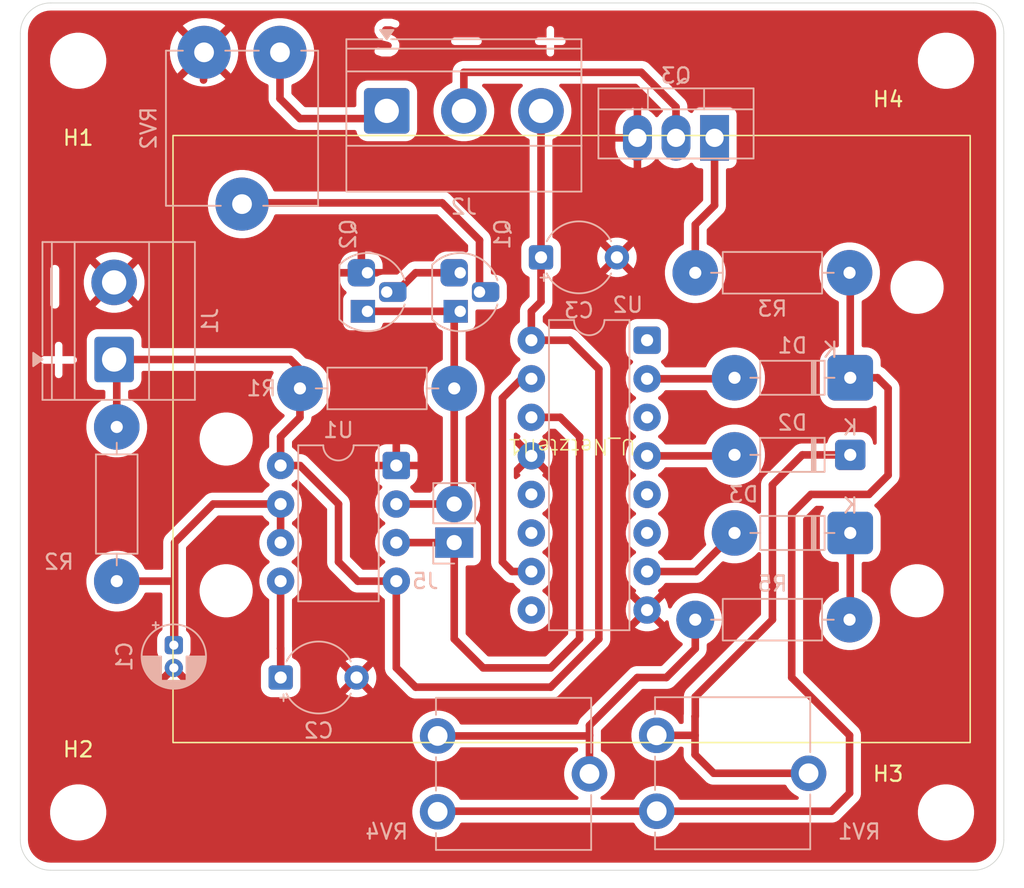
<source format=kicad_pcb>
(kicad_pcb (version 20241229) (generator "pcbnew") (generator_version "9.0")
  (title_block (title "Schreibtischlampe") (date "2026-01-30") (rev "5.0") (company "HTL-Steyr") (comment 1 "Konstantin Schwödiauer") (comment 2 "Fabian Lenhart ") (comment 3 "Thomas Zeiler") (comment 4 "Michael Wittner"))
  (layers (0 "F.Cu" signal) (2 "B.Cu" signal) (13 "F.Paste" user) (15 "B.Paste" user) (5 "F.SilkS" user "F.Silkscreen") (7 "B.SilkS" user "B.Silkscreen") (1 "F.Mask" user) (3 "B.Mask" user) (25 "Edge.Cuts" user))
  (net 0 "")
  (net 1 "Net-(U1-DIS)")
  (net 2 "GND")
  (net 3 "Net-(U1-CV)")
  (net 4 "+5V")
  (net 5 "Net-(D1-A)")
  (net 6 "Net-(D1-K)")
  (net 7 "Net-(D2-K)")
  (net 8 "Net-(D2-A)")
  (net 9 "Net-(D3-A)")
  (net 10 "Net-(D3-K)")
  (net 11 "Out")
  (net 12 "Sensor")
  (net 13 "Net-(Q1-E)")
  (net 14 "Net-(Q3-B)")
  (net 15 "Net-(R5-Pad2)")
  (net 23 "Net-(U2-Q4)")
  (net 24 "J5-1")
  (net 25 "J5-2")
  (net 26 "Q1-B")
  (footprint "Libary:Recom_Netzteil_Footprint" (layer "F.Cu") (at 156.955 84.615 180)
    (property "Reference" "U_Netzteil1" (at 0 -0.5 180) (layer "F.SilkS") (effects (font (thickness 0.1))))
    (property "Value" "Recom Netzteil")
    (fp_rect (start -26.25 -20) (end 26.25 20) (stroke (width 0.1)) (fill no) (layer "F.SilkS"))
    (pad "" np_thru_hole circle (at -22.75 -10 180) (size 3 3) (drill 3) (layers "*.Cu" "*.Mask"))
    (pad "" np_thru_hole circle (at -22.75 10 180) (size 3 3) (drill 3) (layers "*.Cu" "*.Mask"))
    (pad "" np_thru_hole circle (at 22.75 -10 180) (size 3 3) (drill 3) (layers "*.Cu" "*.Mask"))
    (pad "" np_thru_hole circle (at 22.75 0 180) (size 3 3) (drill 3) (layers "*.Cu" "*.Mask"))
  )
  (footprint "MountingHole:MountingHole_3.2mm_M3" (layer "F.Cu") (at 181.61 59.69)
    (property "Reference" "H4" (at -3.81 2.54 0) (layer "F.SilkS"))
    (property "Value" "MountingHole")
    (pad "" np_thru_hole circle (at 0 0) (size 3.2 3.2) (drill 3.2) (layers "*.Cu" "*.Mask"))
  )
  (footprint "MountingHole:MountingHole_3.2mm_M3" (layer "F.Cu") (at 124.46 59.69)
    (property "Reference" "H1" (at 0 5.08 0) (layer "F.SilkS"))
    (property "Value" "MountingHole")
    (pad "" np_thru_hole circle (at 0 0) (size 3.2 3.2) (drill 3.2) (layers "*.Cu" "*.Mask"))
  )
  (footprint "MountingHole:MountingHole_3.2mm_M3" (layer "F.Cu") (at 124.46 109.22)
    (property "Reference" "H2" (at 0 -4.15 0) (layer "F.SilkS"))
    (property "Value" "MountingHole")
    (pad "" np_thru_hole circle (at 0 0) (size 3.2 3.2) (drill 3.2) (layers "*.Cu" "*.Mask"))
  )
  (footprint "MountingHole:MountingHole_3.2mm_M3" (layer "F.Cu") (at 181.61 109.22)
    (property "Reference" "H3" (at -3.81 -2.54 0) (layer "F.SilkS"))
    (property "Value" "MountingHole")
    (pad "" np_thru_hole circle (at 0 0) (size 3.2 3.2) (drill 3.2) (layers "*.Cu" "*.Mask"))
  )
  (footprint "TerminalBlock_Phoenix:TerminalBlock_Phoenix_MKDS-1,5-2-5.08_1x02_P5.08mm_Horizontal" (layer "B.Cu") (at 126.8275 79.375 90)
    (property "Reference" "J1" (at 2.54 6.32 90) (layer "B.SilkS") (effects (justify mirror)))
    (property "Value" "Versorgung")
    (fp_line (start 7.74 -4.72) (end 0.3 -4.72) (stroke (width 0.12)) (layer "B.SilkS"))
    (fp_line (start -0.3 -4.72) (end -2.66 -4.72) (stroke (width 0.12)) (layer "B.SilkS"))
    (fp_line (start -2.66 -4.72) (end -2.66 5.32) (stroke (width 0.12)) (layer "B.SilkS"))
    (fp_line (start -2.66 -4.1) (end 7.74 -4.1) (stroke (width 0.12)) (layer "B.SilkS"))
    (fp_line (start -2.66 -2.6) (end 7.74 -2.6) (stroke (width 0.12)) (layer "B.SilkS"))
    (fp_line (start -2.66 2.3) (end 7.74 2.3) (stroke (width 0.12)) (layer "B.SilkS"))
    (fp_line (start 7.74 5.32) (end 7.74 -4.72) (stroke (width 0.12)) (layer "B.SilkS"))
    (fp_line (start -2.66 5.32) (end 7.74 5.32) (stroke (width 0.12)) (layer "B.SilkS"))
    (fp_poly (pts (xy 0 -4.72) (xy 0.44 -5.33) (xy -0.44 -5.33)) (stroke (width 0.12)) (fill yes) (layer "B.SilkS"))
    (pad "1" thru_hole roundrect (at 0 0 90) (size 3 2.6) (drill 1.6) (layers "*.Cu" "*.Mask") (roundrect_rratio 0.096154) (net 4 "+5V"))
    (pad "2" thru_hole circle (at 5.08 0 90) (size 3 3) (drill 1.6) (layers "*.Cu" "*.Mask") (net 2 "GND"))
  )
  (footprint "Capacitor_THT:CP_Radial_D4.0mm_P1.50mm" (layer "B.Cu") (at 130.7592 98.1964 -90)
    (property "Reference" "C1" (at 0.75 3.25 90) (layer "B.SilkS") (effects (justify mirror)))
    (property "Value" "4,7µ")
    (fp_line (start 0.75 2.08) (end 0.75 0.84) (stroke (width 0.12)) (layer "B.SilkS"))
    (fp_line (start 0.79 2.08) (end 0.79 0.84) (stroke (width 0.12)) (layer "B.SilkS"))
    (fp_line (start 0.83 2.078) (end 0.83 0.84) (stroke (width 0.12)) (layer "B.SilkS"))
    (fp_line (start 0.87 2.077) (end 0.87 0.84) (stroke (width 0.12)) (layer "B.SilkS"))
    (fp_line (start 0.91 2.074) (end 0.91 0.84) (stroke (width 0.12)) (layer "B.SilkS"))
    (fp_line (start 0.95 2.071) (end 0.95 0.84) (stroke (width 0.12)) (layer "B.SilkS"))
    (fp_line (start 0.99 2.066) (end 0.99 0.84) (stroke (width 0.12)) (layer "B.SilkS"))
    (fp_line (start 1.03 2.061) (end 1.03 0.84) (stroke (width 0.12)) (layer "B.SilkS"))
    (fp_line (start 1.07 2.056) (end 1.07 0.84) (stroke (width 0.12)) (layer "B.SilkS"))
    (fp_line (start 1.11 2.049) (end 1.11 0.84) (stroke (width 0.12)) (layer "B.SilkS"))
    (fp_line (start 1.15 2.042) (end 1.15 0.84) (stroke (width 0.12)) (layer "B.SilkS"))
    (fp_line (start 1.19 2.034) (end 1.19 0.84) (stroke (width 0.12)) (layer "B.SilkS"))
    (fp_line (start 1.23 2.025) (end 1.23 0.84) (stroke (width 0.12)) (layer "B.SilkS"))
    (fp_line (start 1.27 2.015) (end 1.27 0.84) (stroke (width 0.12)) (layer "B.SilkS"))
    (fp_line (start 1.31 2.005) (end 1.31 0.84) (stroke (width 0.12)) (layer "B.SilkS"))
    (fp_line (start 1.35 1.993) (end 1.35 0.84) (stroke (width 0.12)) (layer "B.SilkS"))
    (fp_line (start 1.39 1.981) (end 1.39 0.84) (stroke (width 0.12)) (layer "B.SilkS"))
    (fp_line (start 1.43 1.968) (end 1.43 0.84) (stroke (width 0.12)) (layer "B.SilkS"))
    (fp_line (start 1.47 1.954) (end 1.47 0.84) (stroke (width 0.12)) (layer "B.SilkS"))
    (fp_line (start 1.51 1.939) (end 1.51 0.84) (stroke (width 0.12)) (layer "B.SilkS"))
    (fp_line (start 1.55 1.923) (end 1.55 0.84) (stroke (width 0.12)) (layer "B.SilkS"))
    (fp_line (start 1.59 1.906) (end 1.59 0.84) (stroke (width 0.12)) (layer "B.SilkS"))
    (fp_line (start 1.63 1.889) (end 1.63 0.84) (stroke (width 0.12)) (layer "B.SilkS"))
    (fp_line (start 1.67 1.87) (end 1.67 0.84) (stroke (width 0.12)) (layer "B.SilkS"))
    (fp_line (start 1.71 1.85) (end 1.71 0.84) (stroke (width 0.12)) (layer "B.SilkS"))
    (fp_line (start 1.75 1.829) (end 1.75 0.84) (stroke (width 0.12)) (layer "B.SilkS"))
    (fp_line (start 1.79 1.807) (end 1.79 0.84) (stroke (width 0.12)) (layer "B.SilkS"))
    (fp_line (start 1.83 1.784) (end 1.83 0.84) (stroke (width 0.12)) (layer "B.SilkS"))
    (fp_line (start 1.87 1.76) (end 1.87 0.84) (stroke (width 0.12)) (layer "B.SilkS"))
    (fp_line (start 1.91 1.734) (end 1.91 0.84) (stroke (width 0.12)) (layer "B.SilkS"))
    (fp_line (start 1.95 1.708) (end 1.95 0.84) (stroke (width 0.12)) (layer "B.SilkS"))
    (fp_line (start 1.99 1.68) (end 1.99 0.84) (stroke (width 0.12)) (layer "B.SilkS"))
    (fp_line (start 2.03 1.65) (end 2.03 0.84) (stroke (width 0.12)) (layer "B.SilkS"))
    (fp_line (start 2.07 1.619) (end 2.07 0.84) (stroke (width 0.12)) (layer "B.SilkS"))
    (fp_line (start 2.11 1.586) (end 2.11 0.84) (stroke (width 0.12)) (layer "B.SilkS"))
    (fp_line (start 2.15 1.552) (end 2.15 0.84) (stroke (width 0.12)) (layer "B.SilkS"))
    (fp_line (start 2.19 1.516) (end 2.19 0.84) (stroke (width 0.12)) (layer "B.SilkS"))
    (fp_line (start 2.23 1.478) (end 2.23 0.84) (stroke (width 0.12)) (layer "B.SilkS"))
    (fp_line (start 2.27 1.438) (end 2.27 0.84) (stroke (width 0.12)) (layer "B.SilkS"))
    (fp_line (start 2.31 1.396) (end 2.31 0.84) (stroke (width 0.12)) (layer "B.SilkS"))
    (fp_line (start -1.319801 1.395) (end -1.319801 0.995) (stroke (width 0.12)) (layer "B.SilkS"))
    (fp_line (start 2.35 1.351) (end 2.35 -1.351) (stroke (width 0.12)) (layer "B.SilkS"))
    (fp_line (start 2.39 1.303) (end 2.39 -1.303) (stroke (width 0.12)) (layer "B.SilkS"))
    (fp_line (start 2.43 1.253) (end 2.43 -1.253) (stroke (width 0.12)) (layer "B.SilkS"))
    (fp_line (start 2.47 1.199) (end 2.47 -1.199) (stroke (width 0.12)) (layer "B.SilkS"))
    (fp_line (start -1.519801 1.195) (end -1.119801 1.195) (stroke (width 0.12)) (layer "B.SilkS"))
    (fp_line (start 2.51 1.142) (end 2.51 -1.142) (stroke (width 0.12)) (layer "B.SilkS"))
    (fp_line (start 2.55 1.08) (end 2.55 -1.08) (stroke (width 0.12)) (layer "B.SilkS"))
    (fp_line (start 2.59 1.013) (end 2.59 -1.013) (stroke (width 0.12)) (layer "B.SilkS"))
    (fp_line (start 2.63 0.94) (end 2.63 -0.94) (stroke (width 0.12)) (layer "B.SilkS"))
    (fp_line (start 2.67 0.859) (end 2.67 -0.859) (stroke (width 0.12)) (layer "B.SilkS"))
    (fp_line (start 2.71 0.768) (end 2.71 -0.768) (stroke (width 0.12)) (layer "B.SilkS"))
    (fp_line (start 2.75 0.663) (end 2.75 -0.663) (stroke (width 0.12)) (layer "B.SilkS"))
    (fp_line (start 2.79 0.537) (end 2.79 -0.537) (stroke (width 0.12)) (layer "B.SilkS"))
    (fp_line (start 2.83 0.37) (end 2.83 -0.37) (stroke (width 0.12)) (layer "B.SilkS"))
    (fp_line (start 0.75 -0.84) (end 0.75 -2.08) (stroke (width 0.12)) (layer "B.SilkS"))
    (fp_line (start 0.79 -0.84) (end 0.79 -2.08) (stroke (width 0.12)) (layer "B.SilkS"))
    (fp_line (start 0.83 -0.84) (end 0.83 -2.078) (stroke (width 0.12)) (layer "B.SilkS"))
    (fp_line (start 0.87 -0.84) (end 0.87 -2.077) (stroke (width 0.12)) (layer "B.SilkS"))
    (fp_line (start 0.91 -0.84) (end 0.91 -2.074) (stroke (width 0.12)) (layer "B.SilkS"))
    (fp_line (start 0.95 -0.84) (end 0.95 -2.071) (stroke (width 0.12)) (layer "B.SilkS"))
    (fp_line (start 0.99 -0.84) (end 0.99 -2.066) (stroke (width 0.12)) (layer "B.SilkS"))
    (fp_line (start 1.03 -0.84) (end 1.03 -2.061) (stroke (width 0.12)) (layer "B.SilkS"))
    (fp_line (start 1.07 -0.84) (end 1.07 -2.056) (stroke (width 0.12)) (layer "B.SilkS"))
    (fp_line (start 1.11 -0.84) (end 1.11 -2.049) (stroke (width 0.12)) (layer "B.SilkS"))
    (fp_line (start 1.15 -0.84) (end 1.15 -2.042) (stroke (width 0.12)) (layer "B.SilkS"))
    (fp_line (start 1.19 -0.84) (end 1.19 -2.034) (stroke (width 0.12)) (layer "B.SilkS"))
    (fp_line (start 1.23 -0.84) (end 1.23 -2.025) (stroke (width 0.12)) (layer "B.SilkS"))
    (fp_line (start 1.27 -0.84) (end 1.27 -2.015) (stroke (width 0.12)) (layer "B.SilkS"))
    (fp_line (start 1.31 -0.84) (end 1.31 -2.005) (stroke (width 0.12)) (layer "B.SilkS"))
    (fp_line (start 1.35 -0.84) (end 1.35 -1.993) (stroke (width 0.12)) (layer "B.SilkS"))
    (fp_line (start 1.39 -0.84) (end 1.39 -1.981) (stroke (width 0.12)) (layer "B.SilkS"))
    (fp_line (start 1.43 -0.84) (end 1.43 -1.968) (stroke (width 0.12)) (layer "B.SilkS"))
    (fp_line (start 1.47 -0.84) (end 1.47 -1.954) (stroke (width 0.12)) (layer "B.SilkS"))
    (fp_line (start 1.51 -0.84) (end 1.51 -1.939) (stroke (width 0.12)) (layer "B.SilkS"))
    (fp_line (start 1.55 -0.84) (end 1.55 -1.923) (stroke (width 0.12)) (layer "B.SilkS"))
    (fp_line (start 1.59 -0.84) (end 1.59 -1.906) (stroke (width 0.12)) (layer "B.SilkS"))
    (fp_line (start 1.63 -0.84) (end 1.63 -1.889) (stroke (width 0.12)) (layer "B.SilkS"))
    (fp_line (start 1.67 -0.84) (end 1.67 -1.87) (stroke (width 0.12)) (layer "B.SilkS"))
    (fp_line (start 1.71 -0.84) (end 1.71 -1.85) (stroke (width 0.12)) (layer "B.SilkS"))
    (fp_line (start 1.75 -0.84) (end 1.75 -1.829) (stroke (width 0.12)) (layer "B.SilkS"))
    (fp_line (start 1.79 -0.84) (end 1.79 -1.807) (stroke (width 0.12)) (layer "B.SilkS"))
    (fp_line (start 1.83 -0.84) (end 1.83 -1.784) (stroke (width 0.12)) (layer "B.SilkS"))
    (fp_line (start 1.87 -0.84) (end 1.87 -1.76) (stroke (width 0.12)) (layer "B.SilkS"))
    (fp_line (start 1.91 -0.84) (end 1.91 -1.734) (stroke (width 0.12)) (layer "B.SilkS"))
    (fp_line (start 1.95 -0.84) (end 1.95 -1.708) (stroke (width 0.12)) (layer "B.SilkS"))
    (fp_line (start 1.99 -0.84) (end 1.99 -1.68) (stroke (width 0.12)) (layer "B.SilkS"))
    (fp_line (start 2.03 -0.84) (end 2.03 -1.65) (stroke (width 0.12)) (layer "B.SilkS"))
    (fp_line (start 2.07 -0.84) (end 2.07 -1.619) (stroke (width 0.12)) (layer "B.SilkS"))
    (fp_line (start 2.11 -0.84) (end 2.11 -1.586) (stroke (width 0.12)) (layer "B.SilkS"))
    (fp_line (start 2.15 -0.84) (end 2.15 -1.552) (stroke (width 0.12)) (layer "B.SilkS"))
    (fp_line (start 2.19 -0.84) (end 2.19 -1.516) (stroke (width 0.12)) (layer "B.SilkS"))
    (fp_line (start 2.23 -0.84) (end 2.23 -1.478) (stroke (width 0.12)) (layer "B.SilkS"))
    (fp_line (start 2.27 -0.84) (end 2.27 -1.438) (stroke (width 0.12)) (layer "B.SilkS"))
    (fp_line (start 2.31 -0.84) (end 2.31 -1.396) (stroke (width 0.12)) (layer "B.SilkS"))
    (fp_circle (center 0.75 0) (end 2.87 0) (stroke (width 0.12)) (fill no) (layer "B.SilkS"))
    (pad "1" thru_hole roundrect (at 0 0 270) (size 1.2 1.2) (drill 0.6) (layers "*.Cu" "*.Mask") (roundrect_rratio 0.208333) (net 1 "Net-(U1-DIS)"))
    (pad "2" thru_hole circle (at 1.5 0 270) (size 1.2 1.2) (drill 0.6) (layers "*.Cu" "*.Mask") (net 2 "GND"))
  )
  (footprint "Package_DIP:DIP-16_W7.62mm" (layer "B.Cu") (at 161.925 78.105 180)
    (property "Reference" "U2" (at 1.27 2.33 0) (layer "B.SilkS") (effects (justify mirror)))
    (property "Value" "4017")
    (fp_line (start 6.46 1.33) (end 4.81 1.33) (stroke (width 0.12)) (layer "B.SilkS"))
    (fp_line (start 6.46 -19.11) (end 6.46 1.33) (stroke (width 0.12)) (layer "B.SilkS"))
    (fp_line (start 2.81 1.33) (end 1.16 1.33) (stroke (width 0.12)) (layer "B.SilkS"))
    (fp_line (start 1.16 1.33) (end 1.16 -19.11) (stroke (width 0.12)) (layer "B.SilkS"))
    (fp_line (start 1.16 -19.11) (end 6.46 -19.11) (stroke (width 0.12)) (layer "B.SilkS"))
    (fp_arc (start 2.81 1.33) (mid 3.81 0.33) (end 4.81 1.33) (stroke (width 0.12)) (layer "B.SilkS"))
    (pad "1" thru_hole roundrect (at 0 0 180) (size 1.8 1.8) (drill 0.8) (layers "*.Cu" "*.Mask") (roundrect_rratio 0.15625))
    (pad "2" thru_hole circle (at 0 -2.54 180) (size 1.8 1.8) (drill 0.8) (layers "*.Cu" "*.Mask") (net 5 "Net-(D1-A)"))
    (pad "3" thru_hole circle (at 0 -5.08 180) (size 1.8 1.8) (drill 0.8) (layers "*.Cu" "*.Mask"))
    (pad "4" thru_hole circle (at 0 -7.62 180) (size 1.8 1.8) (drill 0.8) (layers "*.Cu" "*.Mask") (net 8 "Net-(D2-A)"))
    (pad "5" thru_hole circle (at 0 -10.16 180) (size 1.8 1.8) (drill 0.8) (layers "*.Cu" "*.Mask"))
    (pad "6" thru_hole circle (at 0 -12.7 180) (size 1.8 1.8) (drill 0.8) (layers "*.Cu" "*.Mask"))
    (pad "7" thru_hole circle (at 0 -15.24 180) (size 1.8 1.8) (drill 0.8) (layers "*.Cu" "*.Mask") (net 9 "Net-(D3-A)"))
    (pad "8" thru_hole circle (at 0 -17.78 180) (size 1.8 1.8) (drill 0.8) (layers "*.Cu" "*.Mask") (net 2 "GND"))
    (pad "9" thru_hole circle (at 7.62 -17.78 180) (size 1.8 1.8) (drill 0.8) (layers "*.Cu" "*.Mask"))
    (pad "10" thru_hole circle (at 7.62 -15.24 180) (size 1.8 1.8) (drill 0.8) (layers "*.Cu" "*.Mask") (net 23 "Net-(U2-Q4)"))
    (pad "11" thru_hole circle (at 7.62 -12.7 180) (size 1.8 1.8) (drill 0.8) (layers "*.Cu" "*.Mask"))
    (pad "12" thru_hole circle (at 7.62 -10.16 180) (size 1.8 1.8) (drill 0.8) (layers "*.Cu" "*.Mask"))
    (pad "13" thru_hole circle (at 7.62 -7.62 180) (size 1.8 1.8) (drill 0.8) (layers "*.Cu" "*.Mask") (net 2 "GND"))
    (pad "14" thru_hole circle (at 7.62 -5.08 180) (size 1.8 1.8) (drill 0.8) (layers "*.Cu" "*.Mask") (net 24 "J5-1"))
    (pad "15" thru_hole circle (at 7.62 -2.54 180) (size 1.8 1.8) (drill 0.8) (layers "*.Cu" "*.Mask") (net 23 "Net-(U2-Q4)"))
    (pad "16" thru_hole circle (at 7.62 0 180) (size 1.8 1.8) (drill 0.8) (layers "*.Cu" "*.Mask") (net 4 "+5V"))
  )
  (footprint "Diode_THT:D_DO-35_SOD27_P7.62mm_Horizontal" (layer "B.Cu") (at 175.306144 85.659 180)
    (property "Reference" "D2" (at 3.81 2.12 0) (layer "B.SilkS") (effects (justify mirror)))
    (property "Value" "1N4148")
    (fp_line (start 6.58 0) (end 5.93 0) (stroke (width 0.12)) (layer "B.SilkS"))
    (fp_line (start 2.53 1.12) (end 2.53 -1.12) (stroke (width 0.12)) (layer "B.SilkS"))
    (fp_line (start 2.41 1.12) (end 2.41 -1.12) (stroke (width 0.12)) (layer "B.SilkS"))
    (fp_line (start 2.29 1.12) (end 2.29 -1.12) (stroke (width 0.12)) (layer "B.SilkS"))
    (fp_line (start 1.04 0) (end 1.69 0) (stroke (width 0.12)) (layer "B.SilkS"))
    (fp_rect (start 1.69 1.12) (end 5.93 -1.12) (stroke (width 0.12)) (fill no) (layer "B.SilkS"))
    (fp_text user "K" (at 0 1.8 0) (layer "B.SilkS") (effects (justify mirror)))
    (pad "1" thru_hole roundrect (at 0 0 180) (size 2 2) (drill 0.8) (layers "*.Cu" "*.Mask") (roundrect_rratio 0.15625) (net 7 "Net-(D2-K)"))
    (pad "2" thru_hole circle (at 7.62 0 180) (size 3 3) (drill 0.8) (layers "*.Cu" "*.Mask") (net 8 "Net-(D2-A)"))
  )
  (footprint "Resistor_THT:R_Axial_DIN0207_L6.3mm_D2.5mm_P10.16mm_Horizontal" (layer "B.Cu") (at 165.1 73.66)
    (property "Reference" "R3" (at 5.08 2.37 0) (layer "B.SilkS") (effects (justify mirror)))
    (property "Value" "4,7k")
    (fp_line (start 1.04 0) (end 1.81 0) (stroke (width 0.12)) (layer "B.SilkS"))
    (fp_line (start 9.12 0) (end 8.35 0) (stroke (width 0.12)) (layer "B.SilkS"))
    (fp_rect (start 1.81 1.37) (end 8.35 -1.37) (stroke (width 0.12)) (fill no) (layer "B.SilkS"))
    (pad "1" thru_hole circle (at 0 0) (size 3 3) (drill 0.8) (layers "*.Cu" "*.Mask") (net 14 "Net-(Q3-B)"))
    (pad "2" thru_hole circle (at 10.16 0) (size 3 3) (drill 0.8) (layers "*.Cu" "*.Mask") (net 6 "Net-(D1-K)"))
  )
  (footprint "Package_DIP:DIP-8_W7.62mm" (layer "B.Cu") (at 145.41 86.36 180)
    (property "Reference" "U1" (at 3.81 2.33 0) (layer "B.SilkS") (effects (justify mirror)))
    (property "Value" "NE555P")
    (fp_line (start 6.46 1.33) (end 4.81 1.33) (stroke (width 0.12)) (layer "B.SilkS"))
    (fp_line (start 6.46 -8.95) (end 6.46 1.33) (stroke (width 0.12)) (layer "B.SilkS"))
    (fp_line (start 2.81 1.33) (end 1.16 1.33) (stroke (width 0.12)) (layer "B.SilkS"))
    (fp_line (start 1.16 1.33) (end 1.16 -8.95) (stroke (width 0.12)) (layer "B.SilkS"))
    (fp_line (start 1.16 -8.95) (end 6.46 -8.95) (stroke (width 0.12)) (layer "B.SilkS"))
    (fp_arc (start 2.81 1.33) (mid 3.81 0.33) (end 4.81 1.33) (stroke (width 0.12)) (layer "B.SilkS"))
    (pad "1" thru_hole roundrect (at 0 0 180) (size 1.8 1.8) (drill 0.8) (layers "*.Cu" "*.Mask") (roundrect_rratio 0.15625) (net 2 "GND"))
    (pad "2" thru_hole circle (at 0 -2.54 180) (size 1.8 1.8) (drill 0.8) (layers "*.Cu" "*.Mask") (net 25 "J5-2"))
    (pad "3" thru_hole circle (at 0 -5.08 180) (size 1.8 1.8) (drill 0.8) (layers "*.Cu" "*.Mask") (net 24 "J5-1"))
    (pad "4" thru_hole circle (at 0 -7.62 180) (size 1.8 1.8) (drill 0.8) (layers "*.Cu" "*.Mask") (net 4 "+5V"))
    (pad "5" thru_hole circle (at 7.62 -7.62 180) (size 1.8 1.8) (drill 0.8) (layers "*.Cu" "*.Mask") (net 3 "Net-(U1-CV)"))
    (pad "6" thru_hole circle (at 7.62 -5.08 180) (size 1.8 1.8) (drill 0.8) (layers "*.Cu" "*.Mask") (net 1 "Net-(U1-DIS)"))
    (pad "7" thru_hole circle (at 7.62 -2.54 180) (size 1.8 1.8) (drill 0.8) (layers "*.Cu" "*.Mask") (net 1 "Net-(U1-DIS)"))
    (pad "8" thru_hole circle (at 7.62 0 180) (size 1.8 1.8) (drill 0.8) (layers "*.Cu" "*.Mask") (net 4 "+5V"))
  )
  (footprint "Package_TO_SOT_THT:TO-220-3_Vertical" (layer "B.Cu") (at 166.37 64.77 180)
    (property "Reference" "Q3" (at 2.54 4.1 0) (layer "B.SilkS") (effects (justify mirror)))
    (property "Value" "BDX53BG")
    (fp_line (start 7.65 3.26) (end 7.65 -1.36) (stroke (width 0.12)) (layer "B.SilkS"))
    (fp_line (start 7.65 -1.36) (end -2.57 -1.36) (stroke (width 0.12)) (layer "B.SilkS"))
    (fp_line (start 4.39 3.26) (end 4.39 1.88) (stroke (width 0.12)) (layer "B.SilkS"))
    (fp_line (start 0.69 3.26) (end 0.69 1.88) (stroke (width 0.12)) (layer "B.SilkS"))
    (fp_line (start -2.57 3.26) (end 7.65 3.26) (stroke (width 0.12)) (layer "B.SilkS"))
    (fp_line (start -2.57 1.88) (end 7.65 1.88) (stroke (width 0.12)) (layer "B.SilkS"))
    (fp_line (start -2.57 -1.36) (end -2.57 3.26) (stroke (width 0.12)) (layer "B.SilkS"))
    (pad "1" thru_hole rect (at 0 0 180) (size 1.905 3) (drill 1.2) (layers "*.Cu" "*.Mask") (net 14 "Net-(Q3-B)"))
    (pad "2" thru_hole oval (at 2.54 0 180) (size 1.905 3) (drill 1.2) (layers "*.Cu" "*.Mask") (net 11 "Out"))
    (pad "3" thru_hole oval (at 5.08 0 180) (size 1.905 3) (drill 1.2) (layers "*.Cu" "*.Mask") (net 2 "GND"))
  )
  (footprint "Resistor_THT:R_Axial_DIN0207_L6.3mm_D2.5mm_P10.16mm_Horizontal" (layer "B.Cu") (at 127 83.82 -90)
    (property "Reference" "R2" (at 8.89 3.81 0) (layer "B.SilkS") (effects (justify mirror)))
    (property "Value" "220k")
    (fp_line (start 1.04 0) (end 1.81 0) (stroke (width 0.12)) (layer "B.SilkS"))
    (fp_line (start 9.12 0) (end 8.35 0) (stroke (width 0.12)) (layer "B.SilkS"))
    (fp_rect (start 1.81 1.37) (end 8.35 -1.37) (stroke (width 0.12)) (fill no) (layer "B.SilkS"))
    (pad "1" thru_hole circle (at 0 0 270) (size 3 3) (drill 0.8) (layers "*.Cu" "*.Mask") (net 4 "+5V"))
    (pad "2" thru_hole circle (at 10.16 0 270) (size 3 3) (drill 0.8) (layers "*.Cu" "*.Mask") (net 1 "Net-(U1-DIS)"))
  )
  (footprint "Capacitor_THT:CP_Radial_Tantal_D4.5mm_P5.00mm" (layer "B.Cu") (at 154.94 72.644)
    (property "Reference" "C3" (at 2.5 3.5 180) (layer "B.SilkS") (effects (justify mirror)))
    (property "Value" "100n")
    (fp_line (start -0.037288 1.335) (end 0.412712 1.335) (stroke (width 0.12)) (layer "B.SilkS"))
    (fp_line (start 0.187712 1.56) (end 0.187712 1.11) (stroke (width 0.12)) (layer "B.SilkS"))
    (fp_arc (start 0.380259 -1.06) (mid 2.5 -2.37) (end 4.619741 -1.06) (stroke (width 0.12)) (layer "B.SilkS"))
    (fp_arc (start 4.619741 1.06) (mid 2.5 2.37) (end 0.380259 1.06) (stroke (width 0.12)) (layer "B.SilkS"))
    (pad "1" thru_hole roundrect (at 0 0) (size 1.6 1.6) (drill 0.8) (layers "*.Cu" "*.Mask") (roundrect_rratio 0.15625) (net 4 "+5V"))
    (pad "2" thru_hole circle (at 5 0) (size 1.6 1.6) (drill 0.8) (layers "*.Cu" "*.Mask") (net 2 "GND"))
  )
  (footprint "Resistor_THT:R_Axial_DIN0207_L6.3mm_D2.5mm_P10.16mm_Horizontal" (layer "B.Cu") (at 175.26 96.52 180)
    (property "Reference" "R5" (at 5.08 2.37 0) (layer "B.SilkS") (effects (justify mirror)))
    (property "Value" "6k8")
    (fp_line (start 9.12 0) (end 8.35 0) (stroke (width 0.12)) (layer "B.SilkS"))
    (fp_line (start 1.04 0) (end 1.81 0) (stroke (width 0.12)) (layer "B.SilkS"))
    (fp_rect (start 1.81 1.37) (end 8.35 -1.37) (stroke (width 0.12)) (fill no) (layer "B.SilkS"))
    (pad "1" thru_hole circle (at 0 0 180) (size 3 3) (drill 0.8) (layers "*.Cu" "*.Mask") (net 10 "Net-(D3-K)"))
    (pad "2" thru_hole circle (at 10.16 0 180) (size 2.5 2.5) (drill 0.8) (layers "*.Cu" "*.Mask") (net 15 "Net-(R5-Pad2)"))
  )
  (footprint "Potentiometer_THT:Potentiometer_ACP_CA9-V10_Vertical" (layer "B.Cu") (at 148.1328 104.18)
    (property "Reference" "RV4" (at -3.3528 6.31 180) (layer "B.SilkS") (effects (justify mirror)))
    (property "Value" "10k")
    (fp_line (start -0.11 -2.51) (end -0.11 -1.396) (stroke (width 0.12)) (layer "B.SilkS"))
    (fp_line (start -0.11 1.396) (end -0.11 3.604) (stroke (width 0.12)) (layer "B.SilkS"))
    (fp_line (start -0.11 6.396) (end -0.11 7.51) (stroke (width 0.12)) (layer "B.SilkS"))
    (fp_line (start -0.11 7.51) (end 10.11 7.51) (stroke (width 0.12)) (layer "B.SilkS"))
    (fp_line (start 10.11 -2.51) (end -0.11 -2.51) (stroke (width 0.12)) (layer "B.SilkS"))
    (fp_line (start 10.11 1.104) (end 10.11 -2.51) (stroke (width 0.12)) (layer "B.SilkS"))
    (fp_line (start 10.11 7.51) (end 10.11 3.896) (stroke (width 0.12)) (layer "B.SilkS"))
    (pad "1" thru_hole circle (at 0 0) (size 2.34 2.34) (drill 1.3) (layers "*.Cu" "*.Mask") (net 15 "Net-(R5-Pad2)"))
    (pad "2" thru_hole circle (at 10 2.5) (size 2.34 2.34) (drill 1.3) (layers "*.Cu" "*.Mask") (net 15 "Net-(R5-Pad2)"))
    (pad "3" thru_hole circle (at 0 5) (size 2.34 2.34) (drill 1.3) (layers "*.Cu" "*.Mask") (net 6 "Net-(D1-K)"))
  )
  (footprint "Potentiometer_THT:Potentiometer_ACP_CA9-V10_Vertical" (layer "B.Cu") (at 137.75 59.135 -90)
    (property "Reference" "RV2" (at 5 8.65 90) (layer "B.SilkS") (effects (justify mirror)))
    (property "Value" "5M")
    (fp_line (start -0.11 7.51) (end 10.11 7.51) (stroke (width 0.12)) (layer "B.SilkS"))
    (fp_line (start 10.11 7.51) (end 10.11 3.896) (stroke (width 0.12)) (layer "B.SilkS"))
    (fp_line (start -0.11 6.396) (end -0.11 7.51) (stroke (width 0.12)) (layer "B.SilkS"))
    (fp_line (start -0.11 1.396) (end -0.11 3.604) (stroke (width 0.12)) (layer "B.SilkS"))
    (fp_line (start 10.11 1.104) (end 10.11 -2.51) (stroke (width 0.12)) (layer "B.SilkS"))
    (fp_line (start -0.11 -2.51) (end -0.11 -1.396) (stroke (width 0.12)) (layer "B.SilkS"))
    (fp_line (start 10.11 -2.51) (end -0.11 -2.51) (stroke (width 0.12)) (layer "B.SilkS"))
    (pad "1" thru_hole circle (at 0 0 270) (size 3.5 3.5) (drill 1.3) (layers "*.Cu" "*.Mask") (net 12 "Sensor"))
    (pad "2" thru_hole circle (at 10 2.5 270) (size 3.5 3.5) (drill 1.3) (layers "*.Cu" "*.Mask") (net 26 "Q1-B"))
    (pad "3" thru_hole circle (at 0 5 270) (size 3.5 3.5) (drill 1.3) (layers "*.Cu" "*.Mask") (net 2 "GND"))
  )
  (footprint "Package_TO_SOT_THT:TO-92L_HandSolder" (layer "B.Cu") (at 149.62 76.2 90)
    (property "Reference" "Q1" (at 5.08 2.78 90) (layer "B.SilkS") (effects (justify mirror)))
    (property "Value" "BC547")
    (fp_line (start -0.53 -1.85) (end 3.07 -1.85) (stroke (width 0.12)) (layer "B.SilkS"))
    (fp_arc (start 3.078445 -1.827684) (mid 3.769932 0.601036) (end 2.05 2.45) (stroke (width 0.12)) (layer "B.SilkS"))
    (fp_arc (start 0.45 2.45) (mid -1.247297 0.581475) (end -0.541453 -1.842156) (stroke (width 0.12)) (layer "B.SilkS"))
    (pad "1" thru_hole rect (at 0 0 90) (size 1.5 1.6) (drill 0.75 (offset 0 -0.3)) (layers "*.Cu" "*.Mask") (net 25 "J5-2"))
    (pad "2" thru_hole roundrect (at 1.27 1.27 90) (size 1.3 1.8) (drill 0.75 (offset 0 0.4)) (layers "*.Cu" "*.Mask") (net 26 "Q1-B"))
    (pad "3" thru_hole roundrect (at 2.54 0 90) (size 1.8 1.8) (drill 0.75 (offset 0 -0.4)) (layers "*.Cu" "*.Mask") (net 13 "Net-(Q1-E)"))
  )
  (footprint "Resistor_THT:R_Axial_DIN0207_L6.3mm_D2.5mm_P10.16mm_Horizontal" (layer "B.Cu") (at 139.065 81.28)
    (property "Reference" "R1" (at -2.54 0 0) (layer "B.SilkS") (effects (justify mirror)))
    (property "Value" "1M")
    (fp_line (start 1.04 0) (end 1.81 0) (stroke (width 0.12)) (layer "B.SilkS"))
    (fp_line (start 9.12 0) (end 8.35 0) (stroke (width 0.12)) (layer "B.SilkS"))
    (fp_rect (start 1.81 1.37) (end 8.35 -1.37) (stroke (width 0.12)) (fill no) (layer "B.SilkS"))
    (pad "1" thru_hole circle (at 0 0) (size 3 3) (drill 0.8) (layers "*.Cu" "*.Mask") (net 4 "+5V"))
    (pad "2" thru_hole circle (at 10.16 0) (size 3 3) (drill 0.8) (layers "*.Cu" "*.Mask") (net 25 "J5-2"))
  )
  (footprint "Connector_PinHeader_2.54mm:PinHeader_1x02_P2.54mm_Vertical" (layer "B.Cu") (at 149.225 91.44)
    (property "Reference" "J5" (at -1.905 2.54 0) (layer "B.SilkS") (effects (justify mirror)))
    (property "Value" "Messpunkte")
    (fp_line (start -1.38 -3.92) (end 1.38 -3.92) (stroke (width 0.12)) (layer "B.SilkS"))
    (fp_line (start -1.38 -1.27) (end -1.38 -3.92) (stroke (width 0.12)) (layer "B.SilkS"))
    (fp_line (start -1.38 -1.27) (end 1.38 -1.27) (stroke (width 0.12)) (layer "B.SilkS"))
    (fp_line (start -1.38 0) (end -1.38 1.38) (stroke (width 0.12)) (layer "B.SilkS"))
    (fp_line (start -1.38 1.38) (end 0 1.38) (stroke (width 0.12)) (layer "B.SilkS"))
    (fp_line (start 1.38 -1.27) (end 1.38 -3.92) (stroke (width 0.12)) (layer "B.SilkS"))
    (pad "1" thru_hole rect (at 0 0) (size 2.5 2) (drill 1) (layers "*.Cu" "*.Mask") (net 24 "J5-1"))
    (pad "2" thru_hole circle (at 0 -2.54) (size 2.4 2.4) (drill 1) (layers "*.Cu" "*.Mask") (net 25 "J5-2"))
  )
  (footprint "Capacitor_THT:CP_Radial_Tantal_D4.5mm_P5.00mm" (layer "B.Cu") (at 137.795 100.33)
    (property "Reference" "C2" (at 2.5 3.5 180) (layer "B.SilkS") (effects (justify mirror)))
    (property "Value" "100n")
    (fp_line (start -0.037288 1.335) (end 0.412712 1.335) (stroke (width 0.12)) (layer "B.SilkS"))
    (fp_line (start 0.187712 1.56) (end 0.187712 1.11) (stroke (width 0.12)) (layer "B.SilkS"))
    (fp_arc (start 0.380259 -1.06) (mid 2.5 -2.37) (end 4.619741 -1.06) (stroke (width 0.12)) (layer "B.SilkS"))
    (fp_arc (start 4.619741 1.06) (mid 2.5 2.37) (end 0.380259 1.06) (stroke (width 0.12)) (layer "B.SilkS"))
    (pad "1" thru_hole roundrect (at 0 0) (size 1.6 1.6) (drill 0.8) (layers "*.Cu" "*.Mask") (roundrect_rratio 0.15625) (net 3 "Net-(U1-CV)"))
    (pad "2" thru_hole circle (at 5 0) (size 1.6 1.6) (drill 0.8) (layers "*.Cu" "*.Mask") (net 2 "GND"))
  )
  (footprint "Potentiometer_THT:Potentiometer_ACP_CA9-V10_Vertical" (layer "B.Cu") (at 162.56 104.14)
    (property "Reference" "RV1" (at 13.335 6.35 180) (layer "B.SilkS") (effects (justify mirror)))
    (property "Value" "10k")
    (fp_line (start -0.11 -2.51) (end -0.11 -1.396) (stroke (width 0.12)) (layer "B.SilkS"))
    (fp_line (start -0.11 1.396) (end -0.11 3.604) (stroke (width 0.12)) (layer "B.SilkS"))
    (fp_line (start -0.11 6.396) (end -0.11 7.51) (stroke (width 0.12)) (layer "B.SilkS"))
    (fp_line (start -0.11 7.51) (end 10.11 7.51) (stroke (width 0.12)) (layer "B.SilkS"))
    (fp_line (start 10.11 -2.51) (end -0.11 -2.51) (stroke (width 0.12)) (layer "B.SilkS"))
    (fp_line (start 10.11 1.104) (end 10.11 -2.51) (stroke (width 0.12)) (layer "B.SilkS"))
    (fp_line (start 10.11 7.51) (end 10.11 3.896) (stroke (width 0.12)) (layer "B.SilkS"))
    (pad "1" thru_hole circle (at 0 0) (size 2.34 2.34) (drill 1.3) (layers "*.Cu" "*.Mask") (net 7 "Net-(D2-K)"))
    (pad "2" thru_hole circle (at 10 2.5) (size 2.34 2.34) (drill 1.3) (layers "*.Cu" "*.Mask") (net 7 "Net-(D2-K)"))
    (pad "3" thru_hole circle (at 0 5) (size 2.34 2.34) (drill 1.3) (layers "*.Cu" "*.Mask") (net 6 "Net-(D1-K)"))
  )
  (footprint "Package_TO_SOT_THT:TO-92L_HandSolder" (layer "B.Cu") (at 143.51 76.2 90)
    (property "Reference" "Q2" (at 5.08 -1.27 90) (layer "B.SilkS") (effects (justify mirror)))
    (property "Value" "BC547")
    (fp_line (start -0.53 -1.85) (end 3.07 -1.85) (stroke (width 0.12)) (layer "B.SilkS"))
    (fp_arc (start 3.078445 -1.827684) (mid 3.769932 0.601036) (end 2.05 2.45) (stroke (width 0.12)) (layer "B.SilkS"))
    (fp_arc (start 0.45 2.45) (mid -1.247297 0.581475) (end -0.541453 -1.842156) (stroke (width 0.12)) (layer "B.SilkS"))
    (pad "1" thru_hole rect (at 0 0 90) (size 1.5 1.6) (drill 0.75 (offset 0 -0.3)) (layers "*.Cu" "*.Mask") (net 25 "J5-2"))
    (pad "2" thru_hole roundrect (at 1.27 1.27 90) (size 1.3 1.8) (drill 0.75 (offset 0 0.4)) (layers "*.Cu" "*.Mask") (net 13 "Net-(Q1-E)"))
    (pad "3" thru_hole roundrect (at 2.54 0 90) (size 1.8 1.8) (drill 0.75 (offset 0 -0.4)) (layers "*.Cu" "*.Mask") (net 2 "GND"))
  )
  (footprint "Diode_THT:D_DO-35_SOD27_P7.62mm_Horizontal" (layer "B.Cu") (at 175.306144 80.579 180)
    (property "Reference" "D1" (at 3.81 2.12 0) (layer "B.SilkS") (effects (justify mirror)))
    (property "Value" "1N4148")
    (fp_line (start 6.58 0) (end 5.93 0) (stroke (width 0.12)) (layer "B.SilkS"))
    (fp_line (start 2.53 1.12) (end 2.53 -1.12) (stroke (width 0.12)) (layer "B.SilkS"))
    (fp_line (start 2.41 1.12) (end 2.41 -1.12) (stroke (width 0.12)) (layer "B.SilkS"))
    (fp_line (start 2.29 1.12) (end 2.29 -1.12) (stroke (width 0.12)) (layer "B.SilkS"))
    (fp_line (start 1.04 0) (end 1.69 0) (stroke (width 0.12)) (layer "B.SilkS"))
    (fp_rect (start 1.69 1.12) (end 5.93 -1.12) (stroke (width 0.12)) (fill no) (layer "B.SilkS"))
    (fp_text user "K" (at 1.316144 1.839 0) (layer "B.SilkS") (effects (justify mirror)))
    (pad "1" thru_hole roundrect (at 0 0 180) (size 3 3) (drill 0.8) (layers "*.Cu" "*.Mask") (roundrect_rratio 0.15625) (net 6 "Net-(D1-K)"))
    (pad "2" thru_hole circle (at 7.62 0 180) (size 3 3) (drill 0.8) (layers "*.Cu" "*.Mask") (net 5 "Net-(D1-A)"))
  )
  (footprint "Diode_THT:D_DO-35_SOD27_P7.62mm_Horizontal" (layer "B.Cu") (at 175.306144 90.805 180)
    (property "Reference" "D3" (at 7.031144 2.54 0) (layer "B.SilkS") (effects (justify mirror)))
    (property "Value" "1N4148")
    (fp_line (start 6.58 0) (end 5.93 0) (stroke (width 0.12)) (layer "B.SilkS"))
    (fp_line (start 2.53 1.12) (end 2.53 -1.12) (stroke (width 0.12)) (layer "B.SilkS"))
    (fp_line (start 2.41 1.12) (end 2.41 -1.12) (stroke (width 0.12)) (layer "B.SilkS"))
    (fp_line (start 2.29 1.12) (end 2.29 -1.12) (stroke (width 0.12)) (layer "B.SilkS"))
    (fp_line (start 1.04 0) (end 1.69 0) (stroke (width 0.12)) (layer "B.SilkS"))
    (fp_rect (start 1.69 1.12) (end 5.93 -1.12) (stroke (width 0.12)) (fill no) (layer "B.SilkS"))
    (fp_text user "K" (at 0 1.8 0) (layer "B.SilkS") (effects (justify mirror)))
    (pad "1" thru_hole roundrect (at 0 0 180) (size 3 2.8) (drill 0.8) (layers "*.Cu" "*.Mask") (roundrect_rratio 0.15625) (net 10 "Net-(D3-K)"))
    (pad "2" thru_hole circle (at 7.62 0 180) (size 3 3) (drill 0.8) (layers "*.Cu" "*.Mask") (net 9 "Net-(D3-A)"))
  )
  (footprint "TerminalBlock_Phoenix:TerminalBlock_Phoenix_MKDS-1,5-3-5.08_1x03_P5.08mm_Horizontal" (layer "B.Cu") (at 144.78 62.992)
    (property "Reference" "J2" (at 5.08 6.32 0) (layer "B.SilkS") (effects (justify mirror)))
    (property "Value" "Lampenkopf")
    (fp_line (start -2.66 -4.72) (end -2.66 5.32) (stroke (width 0.12)) (layer "B.SilkS"))
    (fp_line (start -2.66 -4.1) (end 12.82 -4.1) (stroke (width 0.12)) (layer "B.SilkS"))
    (fp_line (start -2.66 -2.6) (end 12.82 -2.6) (stroke (width 0.12)) (layer "B.SilkS"))
    (fp_line (start -2.66 2.3) (end 12.82 2.3) (stroke (width 0.12)) (layer "B.SilkS"))
    (fp_line (start -2.66 5.32) (end 12.82 5.32) (stroke (width 0.12)) (layer "B.SilkS"))
    (fp_line (start -0.3 -4.72) (end -2.66 -4.72) (stroke (width 0.12)) (layer "B.SilkS"))
    (fp_line (start 12.82 -4.72) (end 0.3 -4.72) (stroke (width 0.12)) (layer "B.SilkS"))
    (fp_line (start 12.82 5.32) (end 12.82 -4.72) (stroke (width 0.12)) (layer "B.SilkS"))
    (fp_poly (pts (xy 0 -4.72) (xy 0.44 -5.33) (xy -0.44 -5.33)) (stroke (width 0.12)) (fill yes) (layer "B.SilkS"))
    (pad "1" thru_hole roundrect (at 0 0) (size 3 3) (drill 1.6) (layers "*.Cu" "*.Mask") (roundrect_rratio 0.096154) (net 12 "Sensor"))
    (pad "2" thru_hole circle (at 5.08 0) (size 3 3) (drill 1.6) (layers "*.Cu" "*.Mask") (net 11 "Out"))
    (pad "3" thru_hole circle (at 10.16 0) (size 3 3) (drill 1.6) (layers "*.Cu" "*.Mask") (net 4 "+5V"))
  )
  (gr_line (start 122.65 55.88) (end 183.42 55.88) (stroke (width 0.05)) (layer "Edge.Cuts"))
  (gr_arc (start 185.42 111.03) (mid 184.834214 112.444214) (end 183.42 113.03) (stroke (width 0.05)) (layer "Edge.Cuts"))
  (gr_line (start 120.65 111.03) (end 120.65 57.88) (stroke (width 0.05)) (layer "Edge.Cuts"))
  (gr_arc (start 120.65 57.88) (mid 121.235786 56.465786) (end 122.65 55.88) (stroke (width 0.05)) (layer "Edge.Cuts"))
  (gr_arc (start 183.42 55.88) (mid 184.834214 56.465786) (end 185.42 57.88) (stroke (width 0.05)) (layer "Edge.Cuts"))
  (gr_line (start 183.42 113.03) (end 122.65 113.03) (stroke (width 0.05)) (layer "Edge.Cuts"))
  (gr_arc (start 122.65 113.03) (mid 121.235786 112.444214) (end 120.65 111.03) (stroke (width 0.05)) (layer "Edge.Cuts"))
  (gr_line (start 185.42 57.88) (end 185.42 111.03) (stroke (width 0.05)) (layer "Edge.Cuts"))
  (gr_text "S  -  +" (at 143.51 59.436 0) (layer "F.Cu" knockout) (effects (font (size 2 2) (thickness 0.5) (bold yes)) (justify left bottom)))
  (gr_text "-" (at 124.46 76.835 90) (layer "F.Cu" knockout) (effects (font (size 3 3) (thickness 0.6) (bold yes)) (justify left bottom)))
  (gr_text "+" (at 124.46 81.28 90) (layer "F.Cu" knockout) (effects (font (size 2.5 2.5) (thickness 0.5) (bold yes)) (justify left bottom)))
  (segment (start 130.69 93.98) (end 130.7592 94.0492) (width 0.5) (layer "F.Cu") (net 1))
  (segment (start 130.81 91.44) (end 133.35 88.9) (width 0.5) (layer "F.Cu") (net 1))
  (segment (start 130.7592 98.1964) (end 130.81 98.1456) (width 0.5) (layer "F.Cu") (net 1))
  (segment (start 130.7592 94.0492) (end 130.7592 98.1964) (width 0.5) (layer "F.Cu") (net 1))
  (segment (start 133.35 88.9) (end 137.79 88.9) (width 0.5) (layer "F.Cu") (net 1))
  (segment (start 127 93.98) (end 130.69 93.98) (width 0.5) (layer "F.Cu") (net 1))
  (segment (start 130.81 98.1456) (end 130.81 91.44) (width 0.5) (layer "F.Cu") (net 1))
  (segment (start 137.79 88.9) (end 137.79 91.44) (width 0.5) (layer "F.Cu") (net 1))
  (segment (start 132.715 59.055) (end 132.715 60.96) (width 0.5) (layer "F.Cu") (net 2))
  (segment (start 137.795 98.425) (end 137.79 98.42) (width 0.5) (layer "F.Cu") (net 3))
  (segment (start 137.79 98.42) (end 137.79 93.98) (width 0.5) (layer "F.Cu") (net 3))
  (segment (start 137.795 100.33) (end 137.795 98.425) (width 0.5) (layer "F.Cu") (net 3))
  (segment (start 154.94 62.992) (end 154.94 72.644) (width 0.5) (layer "F.Cu") (net 4))
  (segment (start 139.065 86.36) (end 141.605 88.9) (width 0.5) (layer "F.Cu") (net 4))
  (segment (start 146.685 100.965) (end 155.575 100.965) (width 0.5) (layer "F.Cu") (net 4))
  (segment (start 141.605 88.9) (end 141.605 92.71) (width 0.5) (layer "F.Cu") (net 4))
  (segment (start 139.065 83.185) (end 139.065 81.28) (width 0.5) (layer "F.Cu") (net 4))
  (segment (start 156.845 78.105) (end 154.305 78.105) (width 0.5) (layer "F.Cu") (net 4))
  (segment (start 127 83.82) (end 127 79.5475) (width 0.5) (layer "F.Cu") (net 4))
  (segment (start 145.41 99.69) (end 146.685 100.965) (width 0.5) (layer "F.Cu") (net 4))
  (segment (start 141.605 92.71) (end 142.875 93.98) (width 0.5) (layer "F.Cu") (net 4))
  (segment (start 154.305 78.105) (end 154.305 76.2) (width 0.5) (layer "F.Cu") (net 4))
  (segment (start 138.43 79.375) (end 126.8275 79.375) (width 0.5) (layer "F.Cu") (net 4))
  (segment (start 137.79 86.36) (end 137.79 84.46) (width 0.5) (layer "F.Cu") (net 4))
  (segment (start 158.75 97.79) (end 158.75 80.01) (width 0.5) (layer "F.Cu") (net 4))
  (segment (start 137.79 84.46) (end 139.065 83.185) (width 0.5) (layer "F.Cu") (net 4))
  (segment (start 139.065 81.28) (end 139.065 80.01) (width 0.5) (layer "F.Cu") (net 4))
  (segment (start 145.41 93.98) (end 145.41 99.69) (width 0.5) (layer "F.Cu") (net 4))
  (segment (start 154.94 75.565) (end 154.94 72.644) (width 0.5) (layer "F.Cu") (net 4))
  (segment (start 127 79.5475) (end 126.8275 79.375) (width 0.5) (layer "F.Cu") (net 4))
  (segment (start 158.75 80.01) (end 156.845 78.105) (width 0.5) (layer "F.Cu") (net 4))
  (segment (start 142.875 93.98) (end 145.41 93.98) (width 0.5) (layer "F.Cu") (net 4))
  (segment (start 139.065 80.01) (end 138.43 79.375) (width 0.5) (layer "F.Cu") (net 4))
  (segment (start 137.79 86.36) (end 139.065 86.36) (width 0.5) (layer "F.Cu") (net 4))
  (segment (start 155.575 100.965) (end 158.75 97.79) (width 0.5) (layer "F.Cu") (net 4))
  (segment (start 154.305 76.2) (end 154.94 75.565) (width 0.5) (layer "F.Cu") (net 4))
  (segment (start 161.925 80.645) (end 167.620144 80.645) (width 0.5) (layer "F.Cu") (net 5))
  (segment (start 167.620144 80.645) (end 167.686144 80.579) (width 0.5) (layer "F.Cu") (net 5))
  (segment (start 171.45 89.535) (end 172.72 88.265) (width 0.5) (layer "F.Cu") (net 6))
  (segment (start 175.26 104.14) (end 171.45 100.33) (width 0.5) (layer "F.Cu") (net 6))
  (segment (start 177.8 81.28) (end 177.099 80.579) (width 0.5) (layer "F.Cu") (net 6))
  (segment (start 175.306144 73.706144) (end 175.26 73.66) (width 0.5) (layer "F.Cu") (net 6))
  (segment (start 174.07 109.14) (end 175.26 107.95) (width 0.5) (layer "F.Cu") (net 6))
  (segment (start 175.306144 80.579) (end 175.306144 73.706144) (width 0.5) (layer "F.Cu") (net 6))
  (segment (start 176.53 88.265) (end 177.8 86.995) (width 0.5) (layer "F.Cu") (net 6))
  (segment (start 162.56 109.14) (end 174.07 109.14) (width 0.5) (layer "F.Cu") (net 6))
  (segment (start 172.72 88.265) (end 176.53 88.265) (width 0.5) (layer "F.Cu") (net 6))
  (segment (start 177.8 86.995) (end 177.8 81.28) (width 0.5) (layer "F.Cu") (net 6))
  (segment (start 162.6724 109.18) (end 162.7124 109.14) (width 0.5) (layer "F.Cu") (net 6))
  (segment (start 177.099 80.579) (end 175.306144 80.579) (width 0.5) (layer "F.Cu") (net 6))
  (segment (start 171.45 100.33) (end 171.45 89.535) (width 0.5) (layer "F.Cu") (net 6))
  (segment (start 162.56 109.14) (end 148.1728 109.14) (width 0.5) (layer "F.Cu") (net 6))
  (segment (start 175.26 107.95) (end 175.26 104.14) (width 0.5) (layer "F.Cu") (net 6))
  (segment (start 148.1728 109.14) (end 148.1328 109.18) (width 0.5) (layer "F.Cu") (net 6))
  (segment (start 165.1 102.87) (end 165.085 102.885) (width 0.5) (layer "F.Cu") (net 7))
  (segment (start 165.085 104.14) (end 165.085 105.41) (width 0.5) (layer "F.Cu") (net 7))
  (segment (start 170.18 96.52) (end 165.1 101.6) (width 0.5) (layer "F.Cu") (net 7))
  (segment (start 172.151 85.659) (end 170.18 87.63) (width 0.5) (layer "F.Cu") (net 7))
  (segment (start 162.7124 103.632) (end 162.7124 104.14) (width 0.5) (layer "F.Cu") (net 7))
  (segment (start 172.56 106.64) (end 166.315 106.64) (width 0.5) (layer "F.Cu") (net 7))
  (segment (start 165.1 101.6) (end 165.1 102.87) (width 0.5) (layer "F.Cu") (net 7))
  (segment (start 166.315 106.64) (end 165.085 105.41) (width 0.5) (layer "F.Cu") (net 7))
  (segment (start 175.306144 85.659) (end 172.151 85.659) (width 0.5) (layer "F.Cu") (net 7))
  (segment (start 162.56 104.14) (end 165.085 104.14) (width 0.5) (layer "F.Cu") (net 7))
  (segment (start 165.085 102.885) (end 165.085 104.14) (width 0.5) (layer "F.Cu") (net 7))
  (segment (start 170.18 87.63) (end 170.18 96.52) (width 0.5) (layer "F.Cu") (net 7))
  (segment (start 161.925 85.725) (end 167.620144 85.725) (width 0.5) (layer "F.Cu") (net 8))
  (segment (start 167.620144 85.725) (end 167.686144 85.659) (width 0.5) (layer "F.Cu") (net 8))
  (segment (start 161.925 93.345) (end 165.146144 93.345) (width 0.5) (layer "F.Cu") (net 9))
  (segment (start 165.146144 93.345) (end 167.686144 90.805) (width 0.5) (layer "F.Cu") (net 9))
  (segment (start 175.306144 90.805) (end 175.306144 96.473856) (width 0.5) (layer "F.Cu") (net 10))
  (segment (start 175.306144 96.473856) (end 175.26 96.52) (width 0.5) (layer "F.Cu") (net 10))
  (segment (start 163.83 62.738) (end 163.83 64.77) (width 0.5) (layer "F.Cu") (net 11))
  (segment (start 149.86 62.992) (end 149.86 60.452) (width 0.5) (layer "F.Cu") (net 11))
  (segment (start 161.544 60.452) (end 163.83 62.738) (width 0.5) (layer "F.Cu") (net 11))
  (segment (start 149.86 60.452) (end 161.544 60.452) (width 0.5) (layer "F.Cu") (net 11))
  (segment (start 137.75 59.135) (end 137.75 62.185) (width 0.5) (layer "F.Cu") (net 12))
  (segment (start 144.272 63.5) (end 144.78 62.992) (width 0.5) (layer "F.Cu") (net 12))
  (segment (start 137.75 62.185) (end 139.065 63.5) (width 0.5) (layer "F.Cu") (net 12))
  (segment (start 139.065 63.5) (end 144.272 63.5) (width 0.5) (layer "F.Cu") (net 12))
  (segment (start 146.685 73.66) (end 149.62 73.66) (width 0.5) (layer "F.Cu") (net 13))
  (segment (start 145.415 74.93) (end 146.685 73.66) (width 0.5) (layer "F.Cu") (net 13))
  (segment (start 144.78 74.93) (end 145.415 74.93) (width 0.5) (layer "F.Cu") (net 13))
  (segment (start 166.37 69.215) (end 166.37 64.77) (width 0.5) (layer "F.Cu") (net 14))
  (segment (start 165.1 70.485) (end 166.37 69.215) (width 0.5) (layer "F.Cu") (net 14))
  (segment (start 165.1 73.66) (end 165.1 70.485) (width 0.5) (layer "F.Cu") (net 14))
  (segment (start 148.1328 104.18) (end 158.0928 104.18) (width 0.5) (layer "F.Cu") (net 15))
  (segment (start 158.0928 104.18) (end 158.1328 104.14) (width 0.5) (layer "F.Cu") (net 15))
  (segment (start 161.29 100.33) (end 163.195 100.33) (width 0.5) (layer "F.Cu") (net 15))
  (segment (start 158.1328 104.14) (end 158.1328 106.68) (width 0.5) (layer "F.Cu") (net 15))
  (segment (start 163.195 100.33) (end 165.1 98.425) (width 0.5) (layer "F.Cu") (net 15))
  (segment (start 165.1 98.425) (end 165.1 96.52) (width 0.5) (layer "F.Cu") (net 15))
  (segment (start 161.29 100.33) (end 158.1328 103.4872) (width 0.5) (layer "F.Cu") (net 15))
  (segment (start 158.1328 103.4872) (end 158.1328 104.14) (width 0.5) (layer "F.Cu") (net 15))
  (segment (start 152.4 81.915) (end 152.4 92.71) (width 0.5) (layer "F.Cu") (net 23))
  (segment (start 153.035 93.345) (end 154.305 93.345) (width 0.5) (layer "F.Cu") (net 23))
  (segment (start 154.305 80.645) (end 153.67 80.645) (width 0.5) (layer "F.Cu") (net 23))
  (segment (start 152.4 92.71) (end 153.035 93.345) (width 0.5) (layer "F.Cu") (net 23))
  (segment (start 153.67 80.645) (end 152.4 81.915) (width 0.5) (layer "F.Cu") (net 23))
  (segment (start 149.225 97.79) (end 151.13 99.695) (width 0.5) (layer "F.Cu") (net 24))
  (segment (start 156.21 83.185) (end 154.305 83.185) (width 0.5) (layer "F.Cu") (net 24))
  (segment (start 149.225 91.44) (end 149.225 97.79) (width 0.5) (layer "F.Cu") (net 24))
  (segment (start 157.48 97.79) (end 157.48 84.455) (width 0.5) (layer "F.Cu") (net 24))
  (segment (start 155.575 99.695) (end 157.48 97.79) (width 0.5) (layer "F.Cu") (net 24))
  (segment (start 157.48 84.455) (end 156.21 83.185) (width 0.5) (layer "F.Cu") (net 24))
  (segment (start 151.13 99.695) (end 155.575 99.695) (width 0.5) (layer "F.Cu") (net 24))
  (segment (start 145.41 91.44) (end 149.225 91.44) (width 0.5) (layer "F.Cu") (net 24))
  (segment (start 149.225 81.28) (end 149.225 88.9) (width 0.5) (layer "F.Cu") (net 25))
  (segment (start 143.51 76.2) (end 149.62 76.2) (width 0.5) (layer "F.Cu") (net 25))
  (segment (start 145.41 88.9) (end 149.225 88.9) (width 0.5) (layer "F.Cu") (net 25))
  (segment (start 149.225 76.595) (end 149.62 76.2) (width 0.5) (layer "F.Cu") (net 25))
  (segment (start 149.225 81.28) (end 149.225 76.595) (width 0.5) (layer "F.Cu") (net 25))
  (segment (start 151.13 74.69) (end 150.89 74.93) (width 0.5) (layer "F.Cu") (net 26))
  (segment (start 148.43 69.055) (end 135.215 69.055) (width 0.5) (layer "F.Cu") (net 26))
  (segment (start 150.89 71.515) (end 148.43 69.055) (width 0.5) (layer "F.Cu") (net 26))
  (segment (start 150.89 74.93) (end 150.89 71.515) (width 0.5) (layer "F.Cu") (net 26))
  (zone (net 2) (net_name "GND") (layer "F.Cu") (connect_pads (clearance 0.5)) (min_thickness 0.25) (fill yes (thermal_gap 0.5) (thermal_bridge_width 0.5) (smoothing fillet) (radius 2))
    (polygon (pts (xy 120.65 55.88) (xy 185.42 55.88) (xy 185.42 113.03) (xy 120.65 113.03)))
  )
)
</source>
